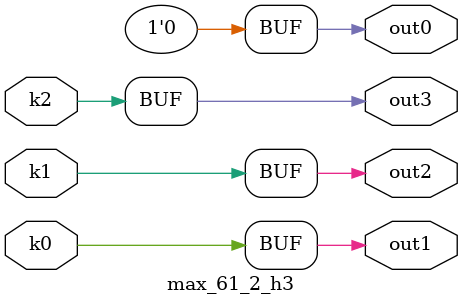
<source format=v>
module max_61_2(pi00, pi01, pi02, pi03, pi04, pi05, pi06, pi07, pi08, pi09, po0, po1, po2, po3);
input pi00, pi01, pi02, pi03, pi04, pi05, pi06, pi07, pi08, pi09;
output po0, po1, po2, po3;
wire k0, k1, k2;
max_61_2_w3 DUT1 (pi00, pi01, pi02, pi03, pi04, pi05, pi06, pi07, pi08, pi09, k0, k1, k2);
max_61_2_h3 DUT2 (k0, k1, k2, po0, po1, po2, po3);
endmodule

module max_61_2_w3(in9, in8, in7, in6, in5, in4, in3, in2, in1, in0, k2, k1, k0);
input in9, in8, in7, in6, in5, in4, in3, in2, in1, in0;
output k2, k1, k0;
assign k0 =   in4 ? in7 : in1;
assign k1 =   in4 ? in8 : in2;
assign k2 =   (((in8 | (~in2 & (in9 | in3))) & (in9 | in3 | ~in2)) | (in6 & ~in0) | (in7 & ~in1)) & (in7 | ~in1 | (in6 & ~in0)) & ~in5 & (in6 | ~in0);
endmodule

module max_61_2_h3(k2, k1, k0, out3, out2, out1, out0);
input k2, k1, k0;
output out3, out2, out1, out0;
assign out0 = 0;
assign out1 = k0;
assign out2 = k1;
assign out3 = k2;
endmodule

</source>
